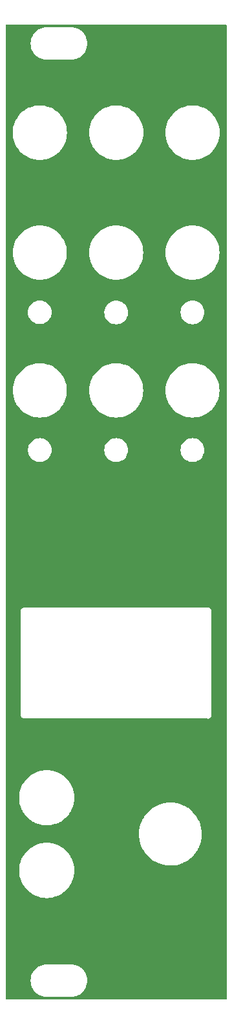
<source format=gbr>
%TF.GenerationSoftware,KiCad,Pcbnew,6.0.11-2627ca5db0~126~ubuntu22.04.1*%
%TF.CreationDate,2023-07-09T22:06:19+03:00*%
%TF.ProjectId,panel,70616e65-6c2e-46b6-9963-61645f706362,rev?*%
%TF.SameCoordinates,Original*%
%TF.FileFunction,Copper,L2,Bot*%
%TF.FilePolarity,Positive*%
%FSLAX46Y46*%
G04 Gerber Fmt 4.6, Leading zero omitted, Abs format (unit mm)*
G04 Created by KiCad (PCBNEW 6.0.11-2627ca5db0~126~ubuntu22.04.1) date 2023-07-09 22:06:19*
%MOMM*%
%LPD*%
G01*
G04 APERTURE LIST*
G04 APERTURE END LIST*
%TA.AperFunction,NonConductor*%
G36*
X89433621Y-32278502D02*
G01*
X89480114Y-32332158D01*
X89491500Y-32384500D01*
X89491500Y-159615500D01*
X89471498Y-159683621D01*
X89417842Y-159730114D01*
X89365500Y-159741500D01*
X60634500Y-159741500D01*
X60566379Y-159721498D01*
X60519886Y-159667842D01*
X60508500Y-159615500D01*
X60508500Y-157250000D01*
X63786976Y-157250000D01*
X63805053Y-157525805D01*
X63805855Y-157529838D01*
X63805856Y-157529844D01*
X63846968Y-157736523D01*
X63858976Y-157796891D01*
X63947820Y-158058619D01*
X63949643Y-158062315D01*
X63949646Y-158062323D01*
X64006698Y-158178012D01*
X64070068Y-158306512D01*
X64223625Y-158536328D01*
X64405866Y-158744134D01*
X64613672Y-158926375D01*
X64843488Y-159079932D01*
X64847189Y-159081757D01*
X65087677Y-159200354D01*
X65087685Y-159200357D01*
X65091381Y-159202180D01*
X65095295Y-159203509D01*
X65095296Y-159203509D01*
X65349196Y-159289696D01*
X65349200Y-159289697D01*
X65353109Y-159291024D01*
X65357153Y-159291828D01*
X65357159Y-159291830D01*
X65620156Y-159344144D01*
X65620162Y-159344145D01*
X65624195Y-159344947D01*
X65628300Y-159345216D01*
X65628307Y-159345217D01*
X65765896Y-159354234D01*
X65867697Y-159360907D01*
X65880352Y-159362382D01*
X65881904Y-159362643D01*
X65882656Y-159362770D01*
X65882658Y-159362770D01*
X65887448Y-159363576D01*
X65893724Y-159363653D01*
X65895140Y-159363670D01*
X65895143Y-159363670D01*
X65900000Y-159363729D01*
X65927624Y-159359773D01*
X65945486Y-159358500D01*
X69046750Y-159358500D01*
X69067655Y-159360246D01*
X69082656Y-159362770D01*
X69082659Y-159362770D01*
X69087448Y-159363576D01*
X69093687Y-159363652D01*
X69095140Y-159363670D01*
X69095143Y-159363670D01*
X69100000Y-159363729D01*
X69104819Y-159363039D01*
X69105338Y-159363005D01*
X69113905Y-159362113D01*
X69371693Y-159345217D01*
X69371700Y-159345216D01*
X69375805Y-159344947D01*
X69379838Y-159344145D01*
X69379844Y-159344144D01*
X69642841Y-159291830D01*
X69642847Y-159291828D01*
X69646891Y-159291024D01*
X69650800Y-159289697D01*
X69650804Y-159289696D01*
X69904704Y-159203509D01*
X69904705Y-159203509D01*
X69908619Y-159202180D01*
X69912315Y-159200357D01*
X69912323Y-159200354D01*
X70152811Y-159081757D01*
X70156512Y-159079932D01*
X70386328Y-158926375D01*
X70594134Y-158744134D01*
X70776375Y-158536328D01*
X70929932Y-158306512D01*
X70993302Y-158178012D01*
X71050354Y-158062323D01*
X71050357Y-158062315D01*
X71052180Y-158058619D01*
X71141024Y-157796891D01*
X71153032Y-157736523D01*
X71194144Y-157529844D01*
X71194145Y-157529838D01*
X71194947Y-157525805D01*
X71213024Y-157250000D01*
X71194947Y-156974195D01*
X71190393Y-156951297D01*
X71141830Y-156707159D01*
X71141828Y-156707153D01*
X71141024Y-156703109D01*
X71052180Y-156441381D01*
X71050357Y-156437685D01*
X71050354Y-156437677D01*
X70931757Y-156197189D01*
X70929932Y-156193488D01*
X70776375Y-155963672D01*
X70594134Y-155755866D01*
X70386328Y-155573625D01*
X70156512Y-155420068D01*
X70108143Y-155396215D01*
X69912323Y-155299646D01*
X69912315Y-155299643D01*
X69908619Y-155297820D01*
X69904704Y-155296491D01*
X69650804Y-155210304D01*
X69650800Y-155210303D01*
X69646891Y-155208976D01*
X69642847Y-155208172D01*
X69642841Y-155208170D01*
X69379844Y-155155856D01*
X69379838Y-155155855D01*
X69375805Y-155155053D01*
X69371700Y-155154784D01*
X69371693Y-155154783D01*
X69234104Y-155145766D01*
X69132303Y-155139093D01*
X69119648Y-155137618D01*
X69118096Y-155137357D01*
X69117344Y-155137230D01*
X69117342Y-155137230D01*
X69112552Y-155136424D01*
X69106276Y-155136348D01*
X69104860Y-155136330D01*
X69104857Y-155136330D01*
X69100000Y-155136271D01*
X69080288Y-155139094D01*
X69072376Y-155140227D01*
X69054514Y-155141500D01*
X65953250Y-155141500D01*
X65932345Y-155139754D01*
X65917344Y-155137230D01*
X65917341Y-155137230D01*
X65912552Y-155136424D01*
X65906313Y-155136348D01*
X65904860Y-155136330D01*
X65904857Y-155136330D01*
X65900000Y-155136271D01*
X65895181Y-155136961D01*
X65894662Y-155136995D01*
X65886095Y-155137887D01*
X65628307Y-155154783D01*
X65628300Y-155154784D01*
X65624195Y-155155053D01*
X65620162Y-155155855D01*
X65620156Y-155155856D01*
X65357159Y-155208170D01*
X65357153Y-155208172D01*
X65353109Y-155208976D01*
X65349200Y-155210303D01*
X65349196Y-155210304D01*
X65095296Y-155296491D01*
X65091381Y-155297820D01*
X65087685Y-155299643D01*
X65087677Y-155299646D01*
X64891857Y-155396215D01*
X64843488Y-155420068D01*
X64613672Y-155573625D01*
X64405866Y-155755866D01*
X64223625Y-155963672D01*
X64070068Y-156193488D01*
X64068243Y-156197189D01*
X63949646Y-156437677D01*
X63949643Y-156437685D01*
X63947820Y-156441381D01*
X63858976Y-156703109D01*
X63858172Y-156707153D01*
X63858170Y-156707159D01*
X63809608Y-156951297D01*
X63805053Y-156974195D01*
X63786976Y-157250000D01*
X60508500Y-157250000D01*
X60508500Y-142850000D01*
X62286548Y-142850000D01*
X62306343Y-143227709D01*
X62365511Y-143601279D01*
X62463403Y-143966618D01*
X62598947Y-144319723D01*
X62600445Y-144322663D01*
X62743857Y-144604124D01*
X62770659Y-144656726D01*
X62976656Y-144973934D01*
X63214682Y-145267871D01*
X63482129Y-145535318D01*
X63776066Y-145773344D01*
X64093274Y-145979341D01*
X64096208Y-145980836D01*
X64096215Y-145980840D01*
X64427337Y-146149555D01*
X64430277Y-146151053D01*
X64783382Y-146286597D01*
X65148721Y-146384489D01*
X65347158Y-146415918D01*
X65519043Y-146443143D01*
X65519051Y-146443144D01*
X65522291Y-146443657D01*
X65900000Y-146463452D01*
X66277709Y-146443657D01*
X66280949Y-146443144D01*
X66280957Y-146443143D01*
X66452842Y-146415918D01*
X66651279Y-146384489D01*
X67016618Y-146286597D01*
X67369723Y-146151053D01*
X67372663Y-146149555D01*
X67703785Y-145980840D01*
X67703792Y-145980836D01*
X67706726Y-145979341D01*
X68023934Y-145773344D01*
X68317871Y-145535318D01*
X68585318Y-145267871D01*
X68823344Y-144973934D01*
X69029341Y-144656726D01*
X69056144Y-144604124D01*
X69199555Y-144322663D01*
X69201053Y-144319723D01*
X69336597Y-143966618D01*
X69434489Y-143601279D01*
X69493657Y-143227709D01*
X69513452Y-142850000D01*
X69493657Y-142472291D01*
X69434489Y-142098721D01*
X69336597Y-141733382D01*
X69201053Y-141380277D01*
X69104521Y-141190822D01*
X69030840Y-141046215D01*
X69030836Y-141046208D01*
X69029341Y-141043274D01*
X68972097Y-140955125D01*
X68825146Y-140728841D01*
X68823344Y-140726066D01*
X68585318Y-140432129D01*
X68317871Y-140164682D01*
X68023934Y-139926656D01*
X67791688Y-139775834D01*
X67709495Y-139722457D01*
X67709492Y-139722455D01*
X67706726Y-139720659D01*
X67703792Y-139719164D01*
X67703785Y-139719160D01*
X67372663Y-139550445D01*
X67369723Y-139548947D01*
X67016618Y-139413403D01*
X66651279Y-139315511D01*
X66452842Y-139284082D01*
X66280957Y-139256857D01*
X66280949Y-139256856D01*
X66277709Y-139256343D01*
X65900000Y-139236548D01*
X65522291Y-139256343D01*
X65519051Y-139256856D01*
X65519043Y-139256857D01*
X65347158Y-139284082D01*
X65148721Y-139315511D01*
X64783382Y-139413403D01*
X64430277Y-139548947D01*
X64427337Y-139550445D01*
X64096215Y-139719160D01*
X64096208Y-139719164D01*
X64093274Y-139720659D01*
X64090508Y-139722455D01*
X64090505Y-139722457D01*
X64008312Y-139775834D01*
X63776066Y-139926656D01*
X63482129Y-140164682D01*
X63214682Y-140432129D01*
X62976656Y-140726066D01*
X62974854Y-140728841D01*
X62827904Y-140955125D01*
X62770659Y-141043274D01*
X62769164Y-141046208D01*
X62769160Y-141046215D01*
X62695479Y-141190822D01*
X62598947Y-141380277D01*
X62463403Y-141733382D01*
X62365511Y-142098721D01*
X62306343Y-142472291D01*
X62287970Y-142822862D01*
X62286548Y-142850000D01*
X60508500Y-142850000D01*
X60508500Y-138042567D01*
X77986946Y-138042567D01*
X77987054Y-138045657D01*
X77987444Y-138056836D01*
X77992894Y-138212896D01*
X78000971Y-138444205D01*
X78001377Y-138447249D01*
X78001378Y-138447259D01*
X78040807Y-138742759D01*
X78054123Y-138842557D01*
X78054823Y-138845541D01*
X78054824Y-138845547D01*
X78093708Y-139011330D01*
X78145893Y-139233822D01*
X78275406Y-139614264D01*
X78441426Y-139980252D01*
X78642367Y-140328292D01*
X78644156Y-140330790D01*
X78644158Y-140330794D01*
X78744628Y-140471128D01*
X78876312Y-140655063D01*
X78878339Y-140657378D01*
X78878341Y-140657381D01*
X79104201Y-140915379D01*
X79141028Y-140957446D01*
X79433988Y-141232554D01*
X79752395Y-141477760D01*
X79754998Y-141479387D01*
X79755003Y-141479390D01*
X79877408Y-141555877D01*
X80093211Y-141690726D01*
X80453182Y-141869417D01*
X80828872Y-142012128D01*
X81216696Y-142117497D01*
X81219739Y-142118012D01*
X81219745Y-142118013D01*
X81609910Y-142184005D01*
X81609917Y-142184006D01*
X81612951Y-142184519D01*
X81616022Y-142184734D01*
X81616024Y-142184734D01*
X82010788Y-142212339D01*
X82010796Y-142212339D01*
X82013854Y-142212553D01*
X82271972Y-142205343D01*
X82412506Y-142201418D01*
X82412509Y-142201418D01*
X82415580Y-142201332D01*
X82418633Y-142200946D01*
X82418637Y-142200946D01*
X82563780Y-142182610D01*
X82814294Y-142150962D01*
X82817298Y-142150280D01*
X82817301Y-142150279D01*
X83203194Y-142062607D01*
X83203200Y-142062605D01*
X83206190Y-142061926D01*
X83359189Y-142011030D01*
X83584602Y-141936045D01*
X83584608Y-141936043D01*
X83587526Y-141935072D01*
X83646907Y-141908634D01*
X83951864Y-141772859D01*
X83951870Y-141772856D01*
X83954664Y-141771612D01*
X84021961Y-141733382D01*
X84301426Y-141574624D01*
X84301434Y-141574619D01*
X84304099Y-141573105D01*
X84439260Y-141477760D01*
X84629965Y-141343233D01*
X84629973Y-141343227D01*
X84632496Y-141341447D01*
X84758650Y-141232554D01*
X84934381Y-141080866D01*
X84936719Y-141078848D01*
X84938840Y-141076621D01*
X84938846Y-141076615D01*
X85211748Y-140790039D01*
X85213865Y-140787816D01*
X85259942Y-140728841D01*
X85459379Y-140473573D01*
X85459381Y-140473570D01*
X85461289Y-140471128D01*
X85462945Y-140468518D01*
X85462951Y-140468510D01*
X85674974Y-140134415D01*
X85674978Y-140134408D01*
X85676628Y-140131808D01*
X85699173Y-140087178D01*
X85781168Y-139924854D01*
X85857828Y-139773093D01*
X85858935Y-139770239D01*
X85858939Y-139770230D01*
X86002044Y-139401284D01*
X86002047Y-139401274D01*
X86003159Y-139398408D01*
X86111233Y-139011330D01*
X86181019Y-138615553D01*
X86211851Y-138214854D01*
X86213455Y-138100000D01*
X86193823Y-137698597D01*
X86135115Y-137301026D01*
X86037891Y-136911081D01*
X86019414Y-136859190D01*
X85904111Y-136535383D01*
X85903079Y-136532484D01*
X85731965Y-136168850D01*
X85526184Y-135823649D01*
X85287699Y-135500176D01*
X85285643Y-135497893D01*
X85285636Y-135497884D01*
X85020856Y-135203816D01*
X85020848Y-135203808D01*
X85018787Y-135201519D01*
X84722015Y-134930528D01*
X84400215Y-134689791D01*
X84347735Y-134658008D01*
X84059087Y-134483196D01*
X84059078Y-134483191D01*
X84056459Y-134481605D01*
X83694028Y-134307957D01*
X83637450Y-134287364D01*
X83319278Y-134171559D01*
X83319277Y-134171559D01*
X83316382Y-134170505D01*
X83034063Y-134098018D01*
X82930109Y-134071327D01*
X82930106Y-134071326D01*
X82927125Y-134070561D01*
X82529973Y-134009079D01*
X82526916Y-134008908D01*
X82526915Y-134008908D01*
X82497383Y-134007257D01*
X82128717Y-133986645D01*
X82125639Y-133986774D01*
X82125635Y-133986774D01*
X81864918Y-133997701D01*
X81727187Y-134003474D01*
X81329215Y-134059406D01*
X80938601Y-134153905D01*
X80559073Y-134286071D01*
X80194253Y-134454641D01*
X79847623Y-134658008D01*
X79522493Y-134894228D01*
X79520203Y-134896261D01*
X79520197Y-134896266D01*
X79226835Y-135156726D01*
X79221966Y-135161049D01*
X78948911Y-135455922D01*
X78705933Y-135776034D01*
X78704322Y-135778652D01*
X78704319Y-135778657D01*
X78635077Y-135891208D01*
X78495352Y-136118328D01*
X78319178Y-136479538D01*
X78318107Y-136482419D01*
X78318104Y-136482425D01*
X78298409Y-136535383D01*
X78179093Y-136856215D01*
X78076434Y-137244765D01*
X78012180Y-137641478D01*
X78011987Y-137644551D01*
X78011986Y-137644557D01*
X78005013Y-137755394D01*
X77986946Y-138042567D01*
X60508500Y-138042567D01*
X60508500Y-133350000D01*
X62286548Y-133350000D01*
X62306343Y-133727709D01*
X62365511Y-134101279D01*
X62463403Y-134466618D01*
X62598947Y-134819723D01*
X62600445Y-134822663D01*
X62743857Y-135104124D01*
X62770659Y-135156726D01*
X62772455Y-135159492D01*
X62772457Y-135159495D01*
X62842112Y-135266754D01*
X62976656Y-135473934D01*
X63214682Y-135767871D01*
X63482129Y-136035318D01*
X63776066Y-136273344D01*
X64093274Y-136479341D01*
X64096208Y-136480836D01*
X64096215Y-136480840D01*
X64203262Y-136535383D01*
X64430277Y-136651053D01*
X64783382Y-136786597D01*
X65148721Y-136884489D01*
X65335569Y-136914083D01*
X65519043Y-136943143D01*
X65519051Y-136943144D01*
X65522291Y-136943657D01*
X65900000Y-136963452D01*
X66277709Y-136943657D01*
X66280949Y-136943144D01*
X66280957Y-136943143D01*
X66464431Y-136914083D01*
X66651279Y-136884489D01*
X67016618Y-136786597D01*
X67369723Y-136651053D01*
X67596738Y-136535383D01*
X67703785Y-136480840D01*
X67703792Y-136480836D01*
X67706726Y-136479341D01*
X68023934Y-136273344D01*
X68317871Y-136035318D01*
X68585318Y-135767871D01*
X68823344Y-135473934D01*
X68957888Y-135266754D01*
X69027543Y-135159495D01*
X69027545Y-135159492D01*
X69029341Y-135156726D01*
X69056144Y-135104124D01*
X69199555Y-134822663D01*
X69201053Y-134819723D01*
X69336597Y-134466618D01*
X69434489Y-134101279D01*
X69493657Y-133727709D01*
X69513452Y-133350000D01*
X69493657Y-132972291D01*
X69434489Y-132598721D01*
X69336597Y-132233382D01*
X69201053Y-131880277D01*
X69190657Y-131859874D01*
X69030840Y-131546215D01*
X69030836Y-131546208D01*
X69029341Y-131543274D01*
X68823344Y-131226066D01*
X68585318Y-130932129D01*
X68317871Y-130664682D01*
X68023934Y-130426656D01*
X67706726Y-130220659D01*
X67703792Y-130219164D01*
X67703785Y-130219160D01*
X67372663Y-130050445D01*
X67369723Y-130048947D01*
X67016618Y-129913403D01*
X66651279Y-129815511D01*
X66452842Y-129784082D01*
X66280957Y-129756857D01*
X66280949Y-129756856D01*
X66277709Y-129756343D01*
X65900000Y-129736548D01*
X65522291Y-129756343D01*
X65519051Y-129756856D01*
X65519043Y-129756857D01*
X65347158Y-129784082D01*
X65148721Y-129815511D01*
X64783382Y-129913403D01*
X64430277Y-130048947D01*
X64427337Y-130050445D01*
X64096215Y-130219160D01*
X64096208Y-130219164D01*
X64093274Y-130220659D01*
X63776066Y-130426656D01*
X63482129Y-130664682D01*
X63214682Y-130932129D01*
X62976656Y-131226066D01*
X62770659Y-131543274D01*
X62769164Y-131546208D01*
X62769160Y-131546215D01*
X62609343Y-131859874D01*
X62598947Y-131880277D01*
X62463403Y-132233382D01*
X62365511Y-132598721D01*
X62306343Y-132972291D01*
X62287970Y-133322862D01*
X62286548Y-133350000D01*
X60508500Y-133350000D01*
X60508500Y-122569721D01*
X62491024Y-122569721D01*
X62493491Y-122578352D01*
X62499150Y-122598153D01*
X62502728Y-122614915D01*
X62506920Y-122644187D01*
X62510634Y-122652355D01*
X62510634Y-122652356D01*
X62517548Y-122667562D01*
X62523996Y-122685086D01*
X62531051Y-122709771D01*
X62535843Y-122717365D01*
X62535844Y-122717368D01*
X62546830Y-122734780D01*
X62554969Y-122749863D01*
X62567208Y-122776782D01*
X62573069Y-122783584D01*
X62583970Y-122796235D01*
X62595073Y-122811239D01*
X62608776Y-122832958D01*
X62615501Y-122838897D01*
X62615504Y-122838901D01*
X62630938Y-122852532D01*
X62642982Y-122864724D01*
X62656427Y-122880327D01*
X62656430Y-122880329D01*
X62662287Y-122887127D01*
X62669816Y-122892007D01*
X62669817Y-122892008D01*
X62683835Y-122901094D01*
X62698709Y-122912385D01*
X62711217Y-122923431D01*
X62717951Y-122929378D01*
X62744711Y-122941942D01*
X62759691Y-122950263D01*
X62776983Y-122961471D01*
X62776988Y-122961473D01*
X62784515Y-122966352D01*
X62793108Y-122968922D01*
X62793113Y-122968924D01*
X62809120Y-122973711D01*
X62826564Y-122980372D01*
X62841676Y-122987467D01*
X62841678Y-122987468D01*
X62849800Y-122991281D01*
X62858667Y-122992662D01*
X62858668Y-122992662D01*
X62861353Y-122993080D01*
X62879017Y-122995830D01*
X62895732Y-122999613D01*
X62915466Y-123005515D01*
X62915472Y-123005516D01*
X62924066Y-123008086D01*
X62933037Y-123008141D01*
X62933038Y-123008141D01*
X62943097Y-123008202D01*
X62958506Y-123008296D01*
X62959289Y-123008329D01*
X62960386Y-123008500D01*
X62991377Y-123008500D01*
X62992147Y-123008502D01*
X63065785Y-123008952D01*
X63065786Y-123008952D01*
X63069721Y-123008976D01*
X63071065Y-123008592D01*
X63072410Y-123008500D01*
X86991377Y-123008500D01*
X86992148Y-123008502D01*
X87069721Y-123008976D01*
X87098152Y-123000850D01*
X87114915Y-122997272D01*
X87115753Y-122997152D01*
X87144187Y-122993080D01*
X87167564Y-122982451D01*
X87185087Y-122976004D01*
X87209771Y-122968949D01*
X87217365Y-122964157D01*
X87217368Y-122964156D01*
X87234780Y-122953170D01*
X87249865Y-122945030D01*
X87276782Y-122932792D01*
X87296235Y-122916030D01*
X87311239Y-122904927D01*
X87332958Y-122891224D01*
X87338897Y-122884499D01*
X87338901Y-122884496D01*
X87352532Y-122869062D01*
X87364724Y-122857018D01*
X87380327Y-122843573D01*
X87380329Y-122843570D01*
X87387127Y-122837713D01*
X87401094Y-122816165D01*
X87412385Y-122801291D01*
X87423431Y-122788783D01*
X87423432Y-122788782D01*
X87429378Y-122782049D01*
X87441943Y-122755287D01*
X87450263Y-122740309D01*
X87461471Y-122723017D01*
X87461473Y-122723012D01*
X87466352Y-122715485D01*
X87468922Y-122706892D01*
X87468924Y-122706887D01*
X87473711Y-122690880D01*
X87480372Y-122673436D01*
X87487467Y-122658324D01*
X87487468Y-122658322D01*
X87491281Y-122650200D01*
X87495830Y-122620983D01*
X87499613Y-122604268D01*
X87505515Y-122584534D01*
X87505516Y-122584528D01*
X87508086Y-122575934D01*
X87508296Y-122541494D01*
X87508329Y-122540711D01*
X87508500Y-122539614D01*
X87508500Y-122508623D01*
X87508502Y-122507853D01*
X87508952Y-122434215D01*
X87508952Y-122434214D01*
X87508976Y-122430279D01*
X87508592Y-122428935D01*
X87508500Y-122427590D01*
X87508500Y-109008623D01*
X87508502Y-109007853D01*
X87508800Y-108959102D01*
X87508976Y-108930279D01*
X87500850Y-108901847D01*
X87497272Y-108885085D01*
X87494352Y-108864698D01*
X87493080Y-108855813D01*
X87482451Y-108832436D01*
X87476004Y-108814913D01*
X87471416Y-108798862D01*
X87468949Y-108790229D01*
X87464156Y-108782632D01*
X87453170Y-108765220D01*
X87445030Y-108750135D01*
X87442564Y-108744711D01*
X87432792Y-108723218D01*
X87416030Y-108703765D01*
X87404927Y-108688761D01*
X87391224Y-108667042D01*
X87384499Y-108661103D01*
X87384496Y-108661099D01*
X87369062Y-108647468D01*
X87357018Y-108635276D01*
X87343573Y-108619673D01*
X87343570Y-108619671D01*
X87337713Y-108612873D01*
X87324009Y-108603990D01*
X87316165Y-108598906D01*
X87301291Y-108587615D01*
X87288783Y-108576569D01*
X87288782Y-108576568D01*
X87282049Y-108570622D01*
X87255287Y-108558057D01*
X87240309Y-108549737D01*
X87223017Y-108538529D01*
X87223012Y-108538527D01*
X87215485Y-108533648D01*
X87206892Y-108531078D01*
X87206887Y-108531076D01*
X87190880Y-108526289D01*
X87173436Y-108519628D01*
X87158324Y-108512533D01*
X87158322Y-108512532D01*
X87150200Y-108508719D01*
X87141333Y-108507338D01*
X87141332Y-108507338D01*
X87130478Y-108505648D01*
X87120983Y-108504170D01*
X87104268Y-108500387D01*
X87084534Y-108494485D01*
X87084528Y-108494484D01*
X87075934Y-108491914D01*
X87066963Y-108491859D01*
X87066962Y-108491859D01*
X87056903Y-108491798D01*
X87041494Y-108491704D01*
X87040711Y-108491671D01*
X87039614Y-108491500D01*
X87008623Y-108491500D01*
X87007853Y-108491498D01*
X86934215Y-108491048D01*
X86934214Y-108491048D01*
X86930279Y-108491024D01*
X86928935Y-108491408D01*
X86927590Y-108491500D01*
X63008623Y-108491500D01*
X63007853Y-108491498D01*
X63007037Y-108491493D01*
X62930279Y-108491024D01*
X62907918Y-108497415D01*
X62901847Y-108499150D01*
X62885085Y-108502728D01*
X62855813Y-108506920D01*
X62847645Y-108510634D01*
X62847644Y-108510634D01*
X62832438Y-108517548D01*
X62814914Y-108523996D01*
X62790229Y-108531051D01*
X62782635Y-108535843D01*
X62782632Y-108535844D01*
X62765220Y-108546830D01*
X62750137Y-108554969D01*
X62723218Y-108567208D01*
X62716416Y-108573069D01*
X62703765Y-108583970D01*
X62688761Y-108595073D01*
X62667042Y-108608776D01*
X62661103Y-108615501D01*
X62661099Y-108615504D01*
X62647468Y-108630938D01*
X62635276Y-108642982D01*
X62619673Y-108656427D01*
X62619671Y-108656430D01*
X62612873Y-108662287D01*
X62607993Y-108669816D01*
X62607992Y-108669817D01*
X62598906Y-108683835D01*
X62587615Y-108698709D01*
X62576569Y-108711217D01*
X62570622Y-108717951D01*
X62564312Y-108731391D01*
X62558058Y-108744711D01*
X62549737Y-108759691D01*
X62538529Y-108776983D01*
X62538527Y-108776988D01*
X62533648Y-108784515D01*
X62531078Y-108793108D01*
X62531076Y-108793113D01*
X62526289Y-108809120D01*
X62519628Y-108826564D01*
X62512533Y-108841676D01*
X62508719Y-108849800D01*
X62507338Y-108858667D01*
X62507338Y-108858668D01*
X62504170Y-108879015D01*
X62500387Y-108895732D01*
X62494485Y-108915466D01*
X62494484Y-108915472D01*
X62491914Y-108924066D01*
X62491859Y-108933037D01*
X62491859Y-108933038D01*
X62491704Y-108958497D01*
X62491671Y-108959289D01*
X62491500Y-108960386D01*
X62491500Y-108991377D01*
X62491498Y-108992147D01*
X62491024Y-109069721D01*
X62491408Y-109071065D01*
X62491500Y-109072410D01*
X62491500Y-122491377D01*
X62491498Y-122492147D01*
X62491024Y-122569721D01*
X60508500Y-122569721D01*
X60508500Y-87900000D01*
X63446712Y-87900000D01*
X63465836Y-88142988D01*
X63466990Y-88147795D01*
X63466991Y-88147801D01*
X63497727Y-88275827D01*
X63522735Y-88379992D01*
X63616010Y-88605178D01*
X63743364Y-88813000D01*
X63901660Y-88998340D01*
X64087000Y-89156636D01*
X64294822Y-89283990D01*
X64299392Y-89285883D01*
X64299396Y-89285885D01*
X64515435Y-89375371D01*
X64520008Y-89377265D01*
X64601254Y-89396770D01*
X64752199Y-89433009D01*
X64752205Y-89433010D01*
X64757012Y-89434164D01*
X65000000Y-89453288D01*
X65242988Y-89434164D01*
X65247795Y-89433010D01*
X65247801Y-89433009D01*
X65398746Y-89396770D01*
X65479992Y-89377265D01*
X65484565Y-89375371D01*
X65700604Y-89285885D01*
X65700608Y-89285883D01*
X65705178Y-89283990D01*
X65913000Y-89156636D01*
X66098340Y-88998340D01*
X66256636Y-88813000D01*
X66383990Y-88605178D01*
X66477265Y-88379992D01*
X66502273Y-88275827D01*
X66533009Y-88147801D01*
X66533010Y-88147795D01*
X66534164Y-88142988D01*
X66553288Y-87900000D01*
X73446712Y-87900000D01*
X73465836Y-88142988D01*
X73466990Y-88147795D01*
X73466991Y-88147801D01*
X73497727Y-88275827D01*
X73522735Y-88379992D01*
X73616010Y-88605178D01*
X73743364Y-88813000D01*
X73901660Y-88998340D01*
X74087000Y-89156636D01*
X74294822Y-89283990D01*
X74299392Y-89285883D01*
X74299396Y-89285885D01*
X74515435Y-89375371D01*
X74520008Y-89377265D01*
X74601254Y-89396770D01*
X74752199Y-89433009D01*
X74752205Y-89433010D01*
X74757012Y-89434164D01*
X75000000Y-89453288D01*
X75242988Y-89434164D01*
X75247795Y-89433010D01*
X75247801Y-89433009D01*
X75398746Y-89396770D01*
X75479992Y-89377265D01*
X75484565Y-89375371D01*
X75700604Y-89285885D01*
X75700608Y-89285883D01*
X75705178Y-89283990D01*
X75913000Y-89156636D01*
X76098340Y-88998340D01*
X76256636Y-88813000D01*
X76383990Y-88605178D01*
X76477265Y-88379992D01*
X76502273Y-88275827D01*
X76533009Y-88147801D01*
X76533010Y-88147795D01*
X76534164Y-88142988D01*
X76553288Y-87900000D01*
X83446712Y-87900000D01*
X83465836Y-88142988D01*
X83466990Y-88147795D01*
X83466991Y-88147801D01*
X83497727Y-88275827D01*
X83522735Y-88379992D01*
X83616010Y-88605178D01*
X83743364Y-88813000D01*
X83901660Y-88998340D01*
X84087000Y-89156636D01*
X84294822Y-89283990D01*
X84299392Y-89285883D01*
X84299396Y-89285885D01*
X84515435Y-89375371D01*
X84520008Y-89377265D01*
X84601254Y-89396770D01*
X84752199Y-89433009D01*
X84752205Y-89433010D01*
X84757012Y-89434164D01*
X85000000Y-89453288D01*
X85242988Y-89434164D01*
X85247795Y-89433010D01*
X85247801Y-89433009D01*
X85398746Y-89396770D01*
X85479992Y-89377265D01*
X85484565Y-89375371D01*
X85700604Y-89285885D01*
X85700608Y-89285883D01*
X85705178Y-89283990D01*
X85913000Y-89156636D01*
X86098340Y-88998340D01*
X86256636Y-88813000D01*
X86383990Y-88605178D01*
X86477265Y-88379992D01*
X86502273Y-88275827D01*
X86533009Y-88147801D01*
X86533010Y-88147795D01*
X86534164Y-88142988D01*
X86553288Y-87900000D01*
X86534164Y-87657012D01*
X86528700Y-87634250D01*
X86478420Y-87424820D01*
X86477265Y-87420008D01*
X86383990Y-87194822D01*
X86256636Y-86987000D01*
X86098340Y-86801660D01*
X85913000Y-86643364D01*
X85705178Y-86516010D01*
X85700608Y-86514117D01*
X85700604Y-86514115D01*
X85484565Y-86424629D01*
X85484563Y-86424628D01*
X85479992Y-86422735D01*
X85398746Y-86403230D01*
X85247801Y-86366991D01*
X85247795Y-86366990D01*
X85242988Y-86365836D01*
X85000000Y-86346712D01*
X84757012Y-86365836D01*
X84752205Y-86366990D01*
X84752199Y-86366991D01*
X84601254Y-86403230D01*
X84520008Y-86422735D01*
X84515437Y-86424628D01*
X84515435Y-86424629D01*
X84299396Y-86514115D01*
X84299392Y-86514117D01*
X84294822Y-86516010D01*
X84087000Y-86643364D01*
X83901660Y-86801660D01*
X83743364Y-86987000D01*
X83616010Y-87194822D01*
X83522735Y-87420008D01*
X83521580Y-87424820D01*
X83471301Y-87634250D01*
X83465836Y-87657012D01*
X83446712Y-87900000D01*
X76553288Y-87900000D01*
X76534164Y-87657012D01*
X76528700Y-87634250D01*
X76478420Y-87424820D01*
X76477265Y-87420008D01*
X76383990Y-87194822D01*
X76256636Y-86987000D01*
X76098340Y-86801660D01*
X75913000Y-86643364D01*
X75705178Y-86516010D01*
X75700608Y-86514117D01*
X75700604Y-86514115D01*
X75484565Y-86424629D01*
X75484563Y-86424628D01*
X75479992Y-86422735D01*
X75398746Y-86403230D01*
X75247801Y-86366991D01*
X75247795Y-86366990D01*
X75242988Y-86365836D01*
X75000000Y-86346712D01*
X74757012Y-86365836D01*
X74752205Y-86366990D01*
X74752199Y-86366991D01*
X74601254Y-86403230D01*
X74520008Y-86422735D01*
X74515437Y-86424628D01*
X74515435Y-86424629D01*
X74299396Y-86514115D01*
X74299392Y-86514117D01*
X74294822Y-86516010D01*
X74087000Y-86643364D01*
X73901660Y-86801660D01*
X73743364Y-86987000D01*
X73616010Y-87194822D01*
X73522735Y-87420008D01*
X73521580Y-87424820D01*
X73471301Y-87634250D01*
X73465836Y-87657012D01*
X73446712Y-87900000D01*
X66553288Y-87900000D01*
X66534164Y-87657012D01*
X66528700Y-87634250D01*
X66478420Y-87424820D01*
X66477265Y-87420008D01*
X66383990Y-87194822D01*
X66256636Y-86987000D01*
X66098340Y-86801660D01*
X65913000Y-86643364D01*
X65705178Y-86516010D01*
X65700608Y-86514117D01*
X65700604Y-86514115D01*
X65484565Y-86424629D01*
X65484563Y-86424628D01*
X65479992Y-86422735D01*
X65398746Y-86403230D01*
X65247801Y-86366991D01*
X65247795Y-86366990D01*
X65242988Y-86365836D01*
X65000000Y-86346712D01*
X64757012Y-86365836D01*
X64752205Y-86366990D01*
X64752199Y-86366991D01*
X64601254Y-86403230D01*
X64520008Y-86422735D01*
X64515437Y-86424628D01*
X64515435Y-86424629D01*
X64299396Y-86514115D01*
X64299392Y-86514117D01*
X64294822Y-86516010D01*
X64087000Y-86643364D01*
X63901660Y-86801660D01*
X63743364Y-86987000D01*
X63616010Y-87194822D01*
X63522735Y-87420008D01*
X63521580Y-87424820D01*
X63471301Y-87634250D01*
X63465836Y-87657012D01*
X63446712Y-87900000D01*
X60508500Y-87900000D01*
X60508500Y-80100000D01*
X61456644Y-80100000D01*
X61476055Y-80470382D01*
X61534075Y-80836705D01*
X61630068Y-81194957D01*
X61762983Y-81541213D01*
X61764481Y-81544153D01*
X61908134Y-81826086D01*
X61931364Y-81871678D01*
X62133365Y-82182732D01*
X62366773Y-82470968D01*
X62629032Y-82733227D01*
X62917268Y-82966635D01*
X63228322Y-83168636D01*
X63231254Y-83170130D01*
X63231261Y-83170134D01*
X63555847Y-83335519D01*
X63558787Y-83337017D01*
X63905043Y-83469932D01*
X64263295Y-83565925D01*
X64457917Y-83596750D01*
X64626370Y-83623431D01*
X64626378Y-83623432D01*
X64629618Y-83623945D01*
X65000000Y-83643356D01*
X65370382Y-83623945D01*
X65373622Y-83623432D01*
X65373630Y-83623431D01*
X65542083Y-83596750D01*
X65736705Y-83565925D01*
X66094957Y-83469932D01*
X66441213Y-83337017D01*
X66444153Y-83335519D01*
X66768739Y-83170134D01*
X66768746Y-83170130D01*
X66771678Y-83168636D01*
X67082732Y-82966635D01*
X67370968Y-82733227D01*
X67633227Y-82470968D01*
X67866635Y-82182732D01*
X68068636Y-81871678D01*
X68091867Y-81826086D01*
X68235519Y-81544153D01*
X68237017Y-81541213D01*
X68369932Y-81194957D01*
X68465925Y-80836705D01*
X68523945Y-80470382D01*
X68543356Y-80100000D01*
X71456644Y-80100000D01*
X71476055Y-80470382D01*
X71534075Y-80836705D01*
X71630068Y-81194957D01*
X71762983Y-81541213D01*
X71764481Y-81544153D01*
X71908134Y-81826086D01*
X71931364Y-81871678D01*
X72133365Y-82182732D01*
X72366773Y-82470968D01*
X72629032Y-82733227D01*
X72917268Y-82966635D01*
X73228322Y-83168636D01*
X73231254Y-83170130D01*
X73231261Y-83170134D01*
X73555847Y-83335519D01*
X73558787Y-83337017D01*
X73905043Y-83469932D01*
X74263295Y-83565925D01*
X74457917Y-83596750D01*
X74626370Y-83623431D01*
X74626378Y-83623432D01*
X74629618Y-83623945D01*
X75000000Y-83643356D01*
X75370382Y-83623945D01*
X75373622Y-83623432D01*
X75373630Y-83623431D01*
X75542083Y-83596750D01*
X75736705Y-83565925D01*
X76094957Y-83469932D01*
X76441213Y-83337017D01*
X76444153Y-83335519D01*
X76768739Y-83170134D01*
X76768746Y-83170130D01*
X76771678Y-83168636D01*
X77082732Y-82966635D01*
X77370968Y-82733227D01*
X77633227Y-82470968D01*
X77866635Y-82182732D01*
X78068636Y-81871678D01*
X78091867Y-81826086D01*
X78235519Y-81544153D01*
X78237017Y-81541213D01*
X78369932Y-81194957D01*
X78465925Y-80836705D01*
X78523945Y-80470382D01*
X78543356Y-80100000D01*
X81456644Y-80100000D01*
X81476055Y-80470382D01*
X81534075Y-80836705D01*
X81630068Y-81194957D01*
X81762983Y-81541213D01*
X81764481Y-81544153D01*
X81908134Y-81826086D01*
X81931364Y-81871678D01*
X82133365Y-82182732D01*
X82366773Y-82470968D01*
X82629032Y-82733227D01*
X82917268Y-82966635D01*
X83228322Y-83168636D01*
X83231254Y-83170130D01*
X83231261Y-83170134D01*
X83555847Y-83335519D01*
X83558787Y-83337017D01*
X83905043Y-83469932D01*
X84263295Y-83565925D01*
X84457917Y-83596750D01*
X84626370Y-83623431D01*
X84626378Y-83623432D01*
X84629618Y-83623945D01*
X85000000Y-83643356D01*
X85370382Y-83623945D01*
X85373622Y-83623432D01*
X85373630Y-83623431D01*
X85542083Y-83596750D01*
X85736705Y-83565925D01*
X86094957Y-83469932D01*
X86441213Y-83337017D01*
X86444153Y-83335519D01*
X86768739Y-83170134D01*
X86768746Y-83170130D01*
X86771678Y-83168636D01*
X87082732Y-82966635D01*
X87370968Y-82733227D01*
X87633227Y-82470968D01*
X87866635Y-82182732D01*
X88068636Y-81871678D01*
X88091867Y-81826086D01*
X88235519Y-81544153D01*
X88237017Y-81541213D01*
X88369932Y-81194957D01*
X88465925Y-80836705D01*
X88523945Y-80470382D01*
X88543356Y-80100000D01*
X88523945Y-79729618D01*
X88465925Y-79363295D01*
X88369932Y-79005043D01*
X88237017Y-78658787D01*
X88235519Y-78655847D01*
X88070134Y-78331261D01*
X88070130Y-78331254D01*
X88068636Y-78328322D01*
X87866635Y-78017268D01*
X87633227Y-77729032D01*
X87370968Y-77466773D01*
X87082732Y-77233365D01*
X86771678Y-77031364D01*
X86768746Y-77029870D01*
X86768739Y-77029866D01*
X86444153Y-76864481D01*
X86441213Y-76862983D01*
X86094957Y-76730068D01*
X85736705Y-76634075D01*
X85542083Y-76603250D01*
X85373630Y-76576569D01*
X85373622Y-76576568D01*
X85370382Y-76576055D01*
X85000000Y-76556644D01*
X84629618Y-76576055D01*
X84626378Y-76576568D01*
X84626370Y-76576569D01*
X84457917Y-76603250D01*
X84263295Y-76634075D01*
X83905043Y-76730068D01*
X83558787Y-76862983D01*
X83555847Y-76864481D01*
X83231261Y-77029866D01*
X83231254Y-77029870D01*
X83228322Y-77031364D01*
X82917268Y-77233365D01*
X82629032Y-77466773D01*
X82366773Y-77729032D01*
X82133365Y-78017268D01*
X81931364Y-78328322D01*
X81929870Y-78331254D01*
X81929866Y-78331261D01*
X81764481Y-78655847D01*
X81762983Y-78658787D01*
X81630068Y-79005043D01*
X81534075Y-79363295D01*
X81476055Y-79729618D01*
X81456644Y-80100000D01*
X78543356Y-80100000D01*
X78523945Y-79729618D01*
X78465925Y-79363295D01*
X78369932Y-79005043D01*
X78237017Y-78658787D01*
X78235519Y-78655847D01*
X78070134Y-78331261D01*
X78070130Y-78331254D01*
X78068636Y-78328322D01*
X77866635Y-78017268D01*
X77633227Y-77729032D01*
X77370968Y-77466773D01*
X77082732Y-77233365D01*
X76771678Y-77031364D01*
X76768746Y-77029870D01*
X76768739Y-77029866D01*
X76444153Y-76864481D01*
X76441213Y-76862983D01*
X76094957Y-76730068D01*
X75736705Y-76634075D01*
X75542083Y-76603250D01*
X75373630Y-76576569D01*
X75373622Y-76576568D01*
X75370382Y-76576055D01*
X75000000Y-76556644D01*
X74629618Y-76576055D01*
X74626378Y-76576568D01*
X74626370Y-76576569D01*
X74457917Y-76603250D01*
X74263295Y-76634075D01*
X73905043Y-76730068D01*
X73558787Y-76862983D01*
X73555847Y-76864481D01*
X73231261Y-77029866D01*
X73231254Y-77029870D01*
X73228322Y-77031364D01*
X72917268Y-77233365D01*
X72629032Y-77466773D01*
X72366773Y-77729032D01*
X72133365Y-78017268D01*
X71931364Y-78328322D01*
X71929870Y-78331254D01*
X71929866Y-78331261D01*
X71764481Y-78655847D01*
X71762983Y-78658787D01*
X71630068Y-79005043D01*
X71534075Y-79363295D01*
X71476055Y-79729618D01*
X71456644Y-80100000D01*
X68543356Y-80100000D01*
X68523945Y-79729618D01*
X68465925Y-79363295D01*
X68369932Y-79005043D01*
X68237017Y-78658787D01*
X68235519Y-78655847D01*
X68070134Y-78331261D01*
X68070130Y-78331254D01*
X68068636Y-78328322D01*
X67866635Y-78017268D01*
X67633227Y-77729032D01*
X67370968Y-77466773D01*
X67082732Y-77233365D01*
X66771678Y-77031364D01*
X66768746Y-77029870D01*
X66768739Y-77029866D01*
X66444153Y-76864481D01*
X66441213Y-76862983D01*
X66094957Y-76730068D01*
X65736705Y-76634075D01*
X65542083Y-76603250D01*
X65373630Y-76576569D01*
X65373622Y-76576568D01*
X65370382Y-76576055D01*
X65000000Y-76556644D01*
X64629618Y-76576055D01*
X64626378Y-76576568D01*
X64626370Y-76576569D01*
X64457917Y-76603250D01*
X64263295Y-76634075D01*
X63905043Y-76730068D01*
X63558787Y-76862983D01*
X63555847Y-76864481D01*
X63231261Y-77029866D01*
X63231254Y-77029870D01*
X63228322Y-77031364D01*
X62917268Y-77233365D01*
X62629032Y-77466773D01*
X62366773Y-77729032D01*
X62133365Y-78017268D01*
X61931364Y-78328322D01*
X61929870Y-78331254D01*
X61929866Y-78331261D01*
X61764481Y-78655847D01*
X61762983Y-78658787D01*
X61630068Y-79005043D01*
X61534075Y-79363295D01*
X61476055Y-79729618D01*
X61456644Y-80100000D01*
X60508500Y-80100000D01*
X60508500Y-69890000D01*
X63436712Y-69890000D01*
X63455836Y-70132988D01*
X63456990Y-70137795D01*
X63456991Y-70137801D01*
X63461793Y-70157801D01*
X63512735Y-70369992D01*
X63514628Y-70374563D01*
X63514629Y-70374565D01*
X63542355Y-70441500D01*
X63606010Y-70595178D01*
X63733364Y-70803000D01*
X63891660Y-70988340D01*
X63895416Y-70991548D01*
X63910679Y-71004584D01*
X64077000Y-71146636D01*
X64284822Y-71273990D01*
X64289392Y-71275883D01*
X64289396Y-71275885D01*
X64505435Y-71365371D01*
X64510008Y-71367265D01*
X64585426Y-71385371D01*
X64742199Y-71423009D01*
X64742205Y-71423010D01*
X64747012Y-71424164D01*
X64990000Y-71443288D01*
X65232988Y-71424164D01*
X65237795Y-71423010D01*
X65237801Y-71423009D01*
X65394574Y-71385371D01*
X65469992Y-71367265D01*
X65474565Y-71365371D01*
X65690604Y-71275885D01*
X65690608Y-71275883D01*
X65695178Y-71273990D01*
X65903000Y-71146636D01*
X66069321Y-71004584D01*
X66084584Y-70991548D01*
X66088340Y-70988340D01*
X66246636Y-70803000D01*
X66373990Y-70595178D01*
X66437646Y-70441500D01*
X66465371Y-70374565D01*
X66465372Y-70374563D01*
X66467265Y-70369992D01*
X66518207Y-70157801D01*
X66523009Y-70137801D01*
X66523010Y-70137795D01*
X66524164Y-70132988D01*
X66541714Y-69910000D01*
X73446712Y-69910000D01*
X73465836Y-70152988D01*
X73466990Y-70157795D01*
X73466991Y-70157801D01*
X73492926Y-70265827D01*
X73522735Y-70389992D01*
X73524628Y-70394563D01*
X73524629Y-70394565D01*
X73613616Y-70609398D01*
X73616010Y-70615178D01*
X73743364Y-70823000D01*
X73901660Y-71008340D01*
X74087000Y-71166636D01*
X74294822Y-71293990D01*
X74299392Y-71295883D01*
X74299396Y-71295885D01*
X74498654Y-71378420D01*
X74520008Y-71387265D01*
X74601254Y-71406770D01*
X74752199Y-71443009D01*
X74752205Y-71443010D01*
X74757012Y-71444164D01*
X75000000Y-71463288D01*
X75242988Y-71444164D01*
X75247795Y-71443010D01*
X75247801Y-71443009D01*
X75398746Y-71406770D01*
X75479992Y-71387265D01*
X75501346Y-71378420D01*
X75700604Y-71295885D01*
X75700608Y-71295883D01*
X75705178Y-71293990D01*
X75913000Y-71166636D01*
X76098340Y-71008340D01*
X76256636Y-70823000D01*
X76383990Y-70615178D01*
X76386385Y-70609398D01*
X76475371Y-70394565D01*
X76475372Y-70394563D01*
X76477265Y-70389992D01*
X76507074Y-70265827D01*
X76533009Y-70157801D01*
X76533010Y-70157795D01*
X76534164Y-70152988D01*
X76553288Y-69910000D01*
X76552501Y-69900000D01*
X83446712Y-69900000D01*
X83465836Y-70142988D01*
X83466990Y-70147795D01*
X83466991Y-70147801D01*
X83473701Y-70175750D01*
X83522735Y-70379992D01*
X83524628Y-70384563D01*
X83524629Y-70384565D01*
X83613616Y-70599398D01*
X83616010Y-70605178D01*
X83743364Y-70813000D01*
X83901660Y-70998340D01*
X83905416Y-71001548D01*
X83924307Y-71017682D01*
X84087000Y-71156636D01*
X84294822Y-71283990D01*
X84299392Y-71285883D01*
X84299396Y-71285885D01*
X84498654Y-71368420D01*
X84520008Y-71377265D01*
X84601254Y-71396770D01*
X84752199Y-71433009D01*
X84752205Y-71433010D01*
X84757012Y-71434164D01*
X85000000Y-71453288D01*
X85242988Y-71434164D01*
X85247795Y-71433010D01*
X85247801Y-71433009D01*
X85398746Y-71396770D01*
X85479992Y-71377265D01*
X85501346Y-71368420D01*
X85700604Y-71285885D01*
X85700608Y-71285883D01*
X85705178Y-71283990D01*
X85913000Y-71156636D01*
X86075693Y-71017682D01*
X86094584Y-71001548D01*
X86098340Y-70998340D01*
X86256636Y-70813000D01*
X86383990Y-70605178D01*
X86386385Y-70599398D01*
X86475371Y-70384565D01*
X86475372Y-70384563D01*
X86477265Y-70379992D01*
X86526299Y-70175750D01*
X86533009Y-70147801D01*
X86533010Y-70147795D01*
X86534164Y-70142988D01*
X86553288Y-69900000D01*
X86534164Y-69657012D01*
X86531764Y-69647012D01*
X86478420Y-69424820D01*
X86477265Y-69420008D01*
X86390027Y-69209396D01*
X86385885Y-69199396D01*
X86385883Y-69199392D01*
X86383990Y-69194822D01*
X86256636Y-68987000D01*
X86098340Y-68801660D01*
X86082876Y-68788452D01*
X86075693Y-68782318D01*
X85913000Y-68643364D01*
X85705178Y-68516010D01*
X85700608Y-68514117D01*
X85700604Y-68514115D01*
X85484565Y-68424629D01*
X85484563Y-68424628D01*
X85479992Y-68422735D01*
X85398746Y-68403230D01*
X85247801Y-68366991D01*
X85247795Y-68366990D01*
X85242988Y-68365836D01*
X85000000Y-68346712D01*
X84757012Y-68365836D01*
X84752205Y-68366990D01*
X84752199Y-68366991D01*
X84601254Y-68403230D01*
X84520008Y-68422735D01*
X84515437Y-68424628D01*
X84515435Y-68424629D01*
X84299396Y-68514115D01*
X84299392Y-68514117D01*
X84294822Y-68516010D01*
X84087000Y-68643364D01*
X83924307Y-68782318D01*
X83917125Y-68788452D01*
X83901660Y-68801660D01*
X83743364Y-68987000D01*
X83616010Y-69194822D01*
X83614117Y-69199392D01*
X83614115Y-69199396D01*
X83609973Y-69209396D01*
X83522735Y-69420008D01*
X83521580Y-69424820D01*
X83468237Y-69647012D01*
X83465836Y-69657012D01*
X83446712Y-69900000D01*
X76552501Y-69900000D01*
X76534164Y-69667012D01*
X76531764Y-69657012D01*
X76478420Y-69434820D01*
X76477265Y-69430008D01*
X76451788Y-69368500D01*
X76385885Y-69209396D01*
X76385883Y-69209392D01*
X76383990Y-69204822D01*
X76256636Y-68997000D01*
X76098340Y-68811660D01*
X76082876Y-68798452D01*
X76071167Y-68788452D01*
X75913000Y-68653364D01*
X75705178Y-68526010D01*
X75700608Y-68524117D01*
X75700604Y-68524115D01*
X75484565Y-68434629D01*
X75484563Y-68434628D01*
X75479992Y-68432735D01*
X75391874Y-68411580D01*
X75247801Y-68376991D01*
X75247795Y-68376990D01*
X75242988Y-68375836D01*
X75000000Y-68356712D01*
X74757012Y-68375836D01*
X74752205Y-68376990D01*
X74752199Y-68376991D01*
X74608126Y-68411580D01*
X74520008Y-68432735D01*
X74515437Y-68434628D01*
X74515435Y-68434629D01*
X74299396Y-68524115D01*
X74299392Y-68524117D01*
X74294822Y-68526010D01*
X74087000Y-68653364D01*
X73928833Y-68788452D01*
X73917125Y-68798452D01*
X73901660Y-68811660D01*
X73743364Y-68997000D01*
X73616010Y-69204822D01*
X73614117Y-69209392D01*
X73614115Y-69209396D01*
X73548212Y-69368500D01*
X73522735Y-69430008D01*
X73521580Y-69434820D01*
X73468237Y-69657012D01*
X73465836Y-69667012D01*
X73446712Y-69910000D01*
X66541714Y-69910000D01*
X66543288Y-69890000D01*
X66524164Y-69647012D01*
X66521101Y-69634250D01*
X66473222Y-69434820D01*
X66467265Y-69410008D01*
X66465371Y-69405435D01*
X66375885Y-69189396D01*
X66375883Y-69189392D01*
X66373990Y-69184822D01*
X66246636Y-68977000D01*
X66088340Y-68791660D01*
X65903000Y-68633364D01*
X65695178Y-68506010D01*
X65690608Y-68504117D01*
X65690604Y-68504115D01*
X65474565Y-68414629D01*
X65474563Y-68414628D01*
X65469992Y-68412735D01*
X65388746Y-68393230D01*
X65237801Y-68356991D01*
X65237795Y-68356990D01*
X65232988Y-68355836D01*
X64990000Y-68336712D01*
X64747012Y-68355836D01*
X64742205Y-68356990D01*
X64742199Y-68356991D01*
X64591254Y-68393230D01*
X64510008Y-68412735D01*
X64505437Y-68414628D01*
X64505435Y-68414629D01*
X64289396Y-68504115D01*
X64289392Y-68504117D01*
X64284822Y-68506010D01*
X64077000Y-68633364D01*
X63891660Y-68791660D01*
X63733364Y-68977000D01*
X63606010Y-69184822D01*
X63604117Y-69189392D01*
X63604115Y-69189396D01*
X63514629Y-69405435D01*
X63512735Y-69410008D01*
X63506778Y-69434820D01*
X63458900Y-69634250D01*
X63455836Y-69647012D01*
X63436712Y-69890000D01*
X60508500Y-69890000D01*
X60508500Y-62100000D01*
X61456644Y-62100000D01*
X61476055Y-62470382D01*
X61534075Y-62836705D01*
X61630068Y-63194957D01*
X61762983Y-63541213D01*
X61764481Y-63544153D01*
X61908134Y-63826086D01*
X61931364Y-63871678D01*
X62133365Y-64182732D01*
X62366773Y-64470968D01*
X62629032Y-64733227D01*
X62917268Y-64966635D01*
X63228322Y-65168636D01*
X63231254Y-65170130D01*
X63231261Y-65170134D01*
X63555847Y-65335519D01*
X63558787Y-65337017D01*
X63905043Y-65469932D01*
X64263295Y-65565925D01*
X64457917Y-65596750D01*
X64626370Y-65623431D01*
X64626378Y-65623432D01*
X64629618Y-65623945D01*
X65000000Y-65643356D01*
X65370382Y-65623945D01*
X65373622Y-65623432D01*
X65373630Y-65623431D01*
X65542083Y-65596750D01*
X65736705Y-65565925D01*
X66094957Y-65469932D01*
X66441213Y-65337017D01*
X66444153Y-65335519D01*
X66768739Y-65170134D01*
X66768746Y-65170130D01*
X66771678Y-65168636D01*
X67082732Y-64966635D01*
X67370968Y-64733227D01*
X67633227Y-64470968D01*
X67866635Y-64182732D01*
X68068636Y-63871678D01*
X68091867Y-63826086D01*
X68235519Y-63544153D01*
X68237017Y-63541213D01*
X68369932Y-63194957D01*
X68465925Y-62836705D01*
X68523945Y-62470382D01*
X68543356Y-62100000D01*
X71456644Y-62100000D01*
X71476055Y-62470382D01*
X71534075Y-62836705D01*
X71630068Y-63194957D01*
X71762983Y-63541213D01*
X71764481Y-63544153D01*
X71908134Y-63826086D01*
X71931364Y-63871678D01*
X72133365Y-64182732D01*
X72366773Y-64470968D01*
X72629032Y-64733227D01*
X72917268Y-64966635D01*
X73228322Y-65168636D01*
X73231254Y-65170130D01*
X73231261Y-65170134D01*
X73555847Y-65335519D01*
X73558787Y-65337017D01*
X73905043Y-65469932D01*
X74263295Y-65565925D01*
X74457917Y-65596750D01*
X74626370Y-65623431D01*
X74626378Y-65623432D01*
X74629618Y-65623945D01*
X75000000Y-65643356D01*
X75370382Y-65623945D01*
X75373622Y-65623432D01*
X75373630Y-65623431D01*
X75542083Y-65596750D01*
X75736705Y-65565925D01*
X76094957Y-65469932D01*
X76441213Y-65337017D01*
X76444153Y-65335519D01*
X76768739Y-65170134D01*
X76768746Y-65170130D01*
X76771678Y-65168636D01*
X77082732Y-64966635D01*
X77370968Y-64733227D01*
X77633227Y-64470968D01*
X77866635Y-64182732D01*
X78068636Y-63871678D01*
X78091867Y-63826086D01*
X78235519Y-63544153D01*
X78237017Y-63541213D01*
X78369932Y-63194957D01*
X78465925Y-62836705D01*
X78523945Y-62470382D01*
X78543356Y-62100000D01*
X81456644Y-62100000D01*
X81476055Y-62470382D01*
X81534075Y-62836705D01*
X81630068Y-63194957D01*
X81762983Y-63541213D01*
X81764481Y-63544153D01*
X81908134Y-63826086D01*
X81931364Y-63871678D01*
X82133365Y-64182732D01*
X82366773Y-64470968D01*
X82629032Y-64733227D01*
X82917268Y-64966635D01*
X83228322Y-65168636D01*
X83231254Y-65170130D01*
X83231261Y-65170134D01*
X83555847Y-65335519D01*
X83558787Y-65337017D01*
X83905043Y-65469932D01*
X84263295Y-65565925D01*
X84457917Y-65596750D01*
X84626370Y-65623431D01*
X84626378Y-65623432D01*
X84629618Y-65623945D01*
X85000000Y-65643356D01*
X85370382Y-65623945D01*
X85373622Y-65623432D01*
X85373630Y-65623431D01*
X85542083Y-65596750D01*
X85736705Y-65565925D01*
X86094957Y-65469932D01*
X86441213Y-65337017D01*
X86444153Y-65335519D01*
X86768739Y-65170134D01*
X86768746Y-65170130D01*
X86771678Y-65168636D01*
X87082732Y-64966635D01*
X87370968Y-64733227D01*
X87633227Y-64470968D01*
X87866635Y-64182732D01*
X88068636Y-63871678D01*
X88091867Y-63826086D01*
X88235519Y-63544153D01*
X88237017Y-63541213D01*
X88369932Y-63194957D01*
X88465925Y-62836705D01*
X88523945Y-62470382D01*
X88543356Y-62100000D01*
X88523945Y-61729618D01*
X88465925Y-61363295D01*
X88369932Y-61005043D01*
X88237017Y-60658787D01*
X88235519Y-60655847D01*
X88070134Y-60331261D01*
X88070130Y-60331254D01*
X88068636Y-60328322D01*
X87866635Y-60017268D01*
X87633227Y-59729032D01*
X87370968Y-59466773D01*
X87082732Y-59233365D01*
X86771678Y-59031364D01*
X86768746Y-59029870D01*
X86768739Y-59029866D01*
X86444153Y-58864481D01*
X86441213Y-58862983D01*
X86094957Y-58730068D01*
X85736705Y-58634075D01*
X85542083Y-58603250D01*
X85373630Y-58576569D01*
X85373622Y-58576568D01*
X85370382Y-58576055D01*
X85000000Y-58556644D01*
X84629618Y-58576055D01*
X84626378Y-58576568D01*
X84626370Y-58576569D01*
X84457917Y-58603250D01*
X84263295Y-58634075D01*
X83905043Y-58730068D01*
X83558787Y-58862983D01*
X83555847Y-58864481D01*
X83231261Y-59029866D01*
X83231254Y-59029870D01*
X83228322Y-59031364D01*
X82917268Y-59233365D01*
X82629032Y-59466773D01*
X82366773Y-59729032D01*
X82133365Y-60017268D01*
X81931364Y-60328322D01*
X81929870Y-60331254D01*
X81929866Y-60331261D01*
X81764481Y-60655847D01*
X81762983Y-60658787D01*
X81630068Y-61005043D01*
X81534075Y-61363295D01*
X81476055Y-61729618D01*
X81456644Y-62100000D01*
X78543356Y-62100000D01*
X78523945Y-61729618D01*
X78465925Y-61363295D01*
X78369932Y-61005043D01*
X78237017Y-60658787D01*
X78235519Y-60655847D01*
X78070134Y-60331261D01*
X78070130Y-60331254D01*
X78068636Y-60328322D01*
X77866635Y-60017268D01*
X77633227Y-59729032D01*
X77370968Y-59466773D01*
X77082732Y-59233365D01*
X76771678Y-59031364D01*
X76768746Y-59029870D01*
X76768739Y-59029866D01*
X76444153Y-58864481D01*
X76441213Y-58862983D01*
X76094957Y-58730068D01*
X75736705Y-58634075D01*
X75542083Y-58603250D01*
X75373630Y-58576569D01*
X75373622Y-58576568D01*
X75370382Y-58576055D01*
X75000000Y-58556644D01*
X74629618Y-58576055D01*
X74626378Y-58576568D01*
X74626370Y-58576569D01*
X74457917Y-58603250D01*
X74263295Y-58634075D01*
X73905043Y-58730068D01*
X73558787Y-58862983D01*
X73555847Y-58864481D01*
X73231261Y-59029866D01*
X73231254Y-59029870D01*
X73228322Y-59031364D01*
X72917268Y-59233365D01*
X72629032Y-59466773D01*
X72366773Y-59729032D01*
X72133365Y-60017268D01*
X71931364Y-60328322D01*
X71929870Y-60331254D01*
X71929866Y-60331261D01*
X71764481Y-60655847D01*
X71762983Y-60658787D01*
X71630068Y-61005043D01*
X71534075Y-61363295D01*
X71476055Y-61729618D01*
X71456644Y-62100000D01*
X68543356Y-62100000D01*
X68523945Y-61729618D01*
X68465925Y-61363295D01*
X68369932Y-61005043D01*
X68237017Y-60658787D01*
X68235519Y-60655847D01*
X68070134Y-60331261D01*
X68070130Y-60331254D01*
X68068636Y-60328322D01*
X67866635Y-60017268D01*
X67633227Y-59729032D01*
X67370968Y-59466773D01*
X67082732Y-59233365D01*
X66771678Y-59031364D01*
X66768746Y-59029870D01*
X66768739Y-59029866D01*
X66444153Y-58864481D01*
X66441213Y-58862983D01*
X66094957Y-58730068D01*
X65736705Y-58634075D01*
X65542083Y-58603250D01*
X65373630Y-58576569D01*
X65373622Y-58576568D01*
X65370382Y-58576055D01*
X65000000Y-58556644D01*
X64629618Y-58576055D01*
X64626378Y-58576568D01*
X64626370Y-58576569D01*
X64457917Y-58603250D01*
X64263295Y-58634075D01*
X63905043Y-58730068D01*
X63558787Y-58862983D01*
X63555847Y-58864481D01*
X63231261Y-59029866D01*
X63231254Y-59029870D01*
X63228322Y-59031364D01*
X62917268Y-59233365D01*
X62629032Y-59466773D01*
X62366773Y-59729032D01*
X62133365Y-60017268D01*
X61931364Y-60328322D01*
X61929870Y-60331254D01*
X61929866Y-60331261D01*
X61764481Y-60655847D01*
X61762983Y-60658787D01*
X61630068Y-61005043D01*
X61534075Y-61363295D01*
X61476055Y-61729618D01*
X61456644Y-62100000D01*
X60508500Y-62100000D01*
X60508500Y-46400000D01*
X61436617Y-46400000D01*
X61456138Y-46772475D01*
X61514485Y-47140869D01*
X61611021Y-47501146D01*
X61744688Y-47849358D01*
X61746180Y-47852286D01*
X61746183Y-47852293D01*
X61767361Y-47893856D01*
X61914020Y-48181691D01*
X61915816Y-48184457D01*
X61915818Y-48184460D01*
X62115366Y-48491737D01*
X62117163Y-48494504D01*
X62351890Y-48784369D01*
X62615631Y-49048110D01*
X62905496Y-49282837D01*
X63218308Y-49485980D01*
X63391083Y-49574013D01*
X63547707Y-49653817D01*
X63547714Y-49653820D01*
X63550642Y-49655312D01*
X63553714Y-49656491D01*
X63553718Y-49656493D01*
X63679749Y-49704872D01*
X63898854Y-49788979D01*
X64259131Y-49885515D01*
X64262381Y-49886030D01*
X64262387Y-49886031D01*
X64535628Y-49929307D01*
X64627525Y-49943862D01*
X64630810Y-49944034D01*
X64630818Y-49944035D01*
X64996699Y-49963210D01*
X65000000Y-49963383D01*
X65003301Y-49963210D01*
X65369182Y-49944035D01*
X65369190Y-49944034D01*
X65372475Y-49943862D01*
X65464372Y-49929307D01*
X65737613Y-49886031D01*
X65737619Y-49886030D01*
X65740869Y-49885515D01*
X66101146Y-49788979D01*
X66320251Y-49704872D01*
X66446282Y-49656493D01*
X66446286Y-49656491D01*
X66449358Y-49655312D01*
X66452286Y-49653820D01*
X66452293Y-49653817D01*
X66608917Y-49574013D01*
X66781692Y-49485980D01*
X67094504Y-49282837D01*
X67384369Y-49048110D01*
X67648110Y-48784369D01*
X67882837Y-48494504D01*
X67884634Y-48491737D01*
X68084182Y-48184460D01*
X68084184Y-48184457D01*
X68085980Y-48181691D01*
X68232640Y-47893856D01*
X68253817Y-47852293D01*
X68253820Y-47852286D01*
X68255312Y-47849358D01*
X68388979Y-47501146D01*
X68485515Y-47140869D01*
X68543862Y-46772475D01*
X68563383Y-46400000D01*
X71436617Y-46400000D01*
X71456138Y-46772475D01*
X71514485Y-47140869D01*
X71611021Y-47501146D01*
X71744688Y-47849358D01*
X71746180Y-47852286D01*
X71746183Y-47852293D01*
X71767361Y-47893856D01*
X71914020Y-48181691D01*
X71915816Y-48184457D01*
X71915818Y-48184460D01*
X72115366Y-48491737D01*
X72117163Y-48494504D01*
X72351890Y-48784369D01*
X72615631Y-49048110D01*
X72905496Y-49282837D01*
X73218308Y-49485980D01*
X73391083Y-49574013D01*
X73547707Y-49653817D01*
X73547714Y-49653820D01*
X73550642Y-49655312D01*
X73553714Y-49656491D01*
X73553718Y-49656493D01*
X73679749Y-49704872D01*
X73898854Y-49788979D01*
X74259131Y-49885515D01*
X74262381Y-49886030D01*
X74262387Y-49886031D01*
X74535628Y-49929307D01*
X74627525Y-49943862D01*
X74630810Y-49944034D01*
X74630818Y-49944035D01*
X74996699Y-49963210D01*
X75000000Y-49963383D01*
X75003301Y-49963210D01*
X75369182Y-49944035D01*
X75369190Y-49944034D01*
X75372475Y-49943862D01*
X75464372Y-49929307D01*
X75737613Y-49886031D01*
X75737619Y-49886030D01*
X75740869Y-49885515D01*
X76101146Y-49788979D01*
X76320251Y-49704872D01*
X76446282Y-49656493D01*
X76446286Y-49656491D01*
X76449358Y-49655312D01*
X76452286Y-49653820D01*
X76452293Y-49653817D01*
X76608917Y-49574013D01*
X76781692Y-49485980D01*
X77094504Y-49282837D01*
X77384369Y-49048110D01*
X77648110Y-48784369D01*
X77882837Y-48494504D01*
X77884634Y-48491737D01*
X78084182Y-48184460D01*
X78084184Y-48184457D01*
X78085980Y-48181691D01*
X78232640Y-47893856D01*
X78253817Y-47852293D01*
X78253820Y-47852286D01*
X78255312Y-47849358D01*
X78388979Y-47501146D01*
X78485515Y-47140869D01*
X78543862Y-46772475D01*
X78563383Y-46400000D01*
X81436617Y-46400000D01*
X81456138Y-46772475D01*
X81514485Y-47140869D01*
X81611021Y-47501146D01*
X81744688Y-47849358D01*
X81746180Y-47852286D01*
X81746183Y-47852293D01*
X81767361Y-47893856D01*
X81914020Y-48181691D01*
X81915816Y-48184457D01*
X81915818Y-48184460D01*
X82115366Y-48491737D01*
X82117163Y-48494504D01*
X82351890Y-48784369D01*
X82615631Y-49048110D01*
X82905496Y-49282837D01*
X83218308Y-49485980D01*
X83391083Y-49574013D01*
X83547707Y-49653817D01*
X83547714Y-49653820D01*
X83550642Y-49655312D01*
X83553714Y-49656491D01*
X83553718Y-49656493D01*
X83679749Y-49704872D01*
X83898854Y-49788979D01*
X84259131Y-49885515D01*
X84262381Y-49886030D01*
X84262387Y-49886031D01*
X84535628Y-49929307D01*
X84627525Y-49943862D01*
X84630810Y-49944034D01*
X84630818Y-49944035D01*
X84996699Y-49963210D01*
X85000000Y-49963383D01*
X85003301Y-49963210D01*
X85369182Y-49944035D01*
X85369190Y-49944034D01*
X85372475Y-49943862D01*
X85464372Y-49929307D01*
X85737613Y-49886031D01*
X85737619Y-49886030D01*
X85740869Y-49885515D01*
X86101146Y-49788979D01*
X86320251Y-49704872D01*
X86446282Y-49656493D01*
X86446286Y-49656491D01*
X86449358Y-49655312D01*
X86452286Y-49653820D01*
X86452293Y-49653817D01*
X86608917Y-49574013D01*
X86781692Y-49485980D01*
X87094504Y-49282837D01*
X87384369Y-49048110D01*
X87648110Y-48784369D01*
X87882837Y-48494504D01*
X87884634Y-48491737D01*
X88084182Y-48184460D01*
X88084184Y-48184457D01*
X88085980Y-48181691D01*
X88232640Y-47893856D01*
X88253817Y-47852293D01*
X88253820Y-47852286D01*
X88255312Y-47849358D01*
X88388979Y-47501146D01*
X88485515Y-47140869D01*
X88543862Y-46772475D01*
X88563383Y-46400000D01*
X88543862Y-46027525D01*
X88485515Y-45659131D01*
X88388979Y-45298854D01*
X88255312Y-44950642D01*
X88253817Y-44947707D01*
X88087479Y-44621250D01*
X88087475Y-44621243D01*
X88085980Y-44618309D01*
X87971316Y-44441741D01*
X87884634Y-44308263D01*
X87884633Y-44308262D01*
X87882837Y-44305496D01*
X87648110Y-44015631D01*
X87384369Y-43751890D01*
X87094504Y-43517163D01*
X86781692Y-43314020D01*
X86608917Y-43225987D01*
X86452293Y-43146183D01*
X86452286Y-43146180D01*
X86449358Y-43144688D01*
X86446286Y-43143509D01*
X86446282Y-43143507D01*
X86320251Y-43095128D01*
X86101146Y-43011021D01*
X85740869Y-42914485D01*
X85737619Y-42913970D01*
X85737613Y-42913969D01*
X85464372Y-42870693D01*
X85372475Y-42856138D01*
X85369190Y-42855966D01*
X85369182Y-42855965D01*
X85003301Y-42836790D01*
X85000000Y-42836617D01*
X84996699Y-42836790D01*
X84630818Y-42855965D01*
X84630810Y-42855966D01*
X84627525Y-42856138D01*
X84535628Y-42870693D01*
X84262387Y-42913969D01*
X84262381Y-42913970D01*
X84259131Y-42914485D01*
X83898854Y-43011021D01*
X83679749Y-43095128D01*
X83553718Y-43143507D01*
X83553714Y-43143509D01*
X83550642Y-43144688D01*
X83547714Y-43146180D01*
X83547707Y-43146183D01*
X83221250Y-43312521D01*
X83221247Y-43312523D01*
X83218309Y-43314020D01*
X83215543Y-43315816D01*
X83215540Y-43315818D01*
X82908263Y-43515366D01*
X82905496Y-43517163D01*
X82902939Y-43519234D01*
X82902933Y-43519238D01*
X82618192Y-43749816D01*
X82615631Y-43751890D01*
X82351890Y-44015631D01*
X82117163Y-44305496D01*
X82115367Y-44308262D01*
X82115366Y-44308263D01*
X82028685Y-44441741D01*
X81914020Y-44618309D01*
X81912525Y-44621243D01*
X81912521Y-44621250D01*
X81746183Y-44947707D01*
X81744688Y-44950642D01*
X81611021Y-45298854D01*
X81514485Y-45659131D01*
X81456138Y-46027525D01*
X81436617Y-46400000D01*
X78563383Y-46400000D01*
X78543862Y-46027525D01*
X78485515Y-45659131D01*
X78388979Y-45298854D01*
X78255312Y-44950642D01*
X78253817Y-44947707D01*
X78087479Y-44621250D01*
X78087475Y-44621243D01*
X78085980Y-44618309D01*
X77971316Y-44441741D01*
X77884634Y-44308263D01*
X77884633Y-44308262D01*
X77882837Y-44305496D01*
X77648110Y-44015631D01*
X77384369Y-43751890D01*
X77094504Y-43517163D01*
X76781692Y-43314020D01*
X76608917Y-43225987D01*
X76452293Y-43146183D01*
X76452286Y-43146180D01*
X76449358Y-43144688D01*
X76446286Y-43143509D01*
X76446282Y-43143507D01*
X76320251Y-43095128D01*
X76101146Y-43011021D01*
X75740869Y-42914485D01*
X75737619Y-42913970D01*
X75737613Y-42913969D01*
X75464372Y-42870693D01*
X75372475Y-42856138D01*
X75369190Y-42855966D01*
X75369182Y-42855965D01*
X75003301Y-42836790D01*
X75000000Y-42836617D01*
X74996699Y-42836790D01*
X74630818Y-42855965D01*
X74630810Y-42855966D01*
X74627525Y-42856138D01*
X74535628Y-42870693D01*
X74262387Y-42913969D01*
X74262381Y-42913970D01*
X74259131Y-42914485D01*
X73898854Y-43011021D01*
X73679749Y-43095128D01*
X73553718Y-43143507D01*
X73553714Y-43143509D01*
X73550642Y-43144688D01*
X73547714Y-43146180D01*
X73547707Y-43146183D01*
X73221250Y-43312521D01*
X73221247Y-43312523D01*
X73218309Y-43314020D01*
X73215543Y-43315816D01*
X73215540Y-43315818D01*
X72908263Y-43515366D01*
X72905496Y-43517163D01*
X72902939Y-43519234D01*
X72902933Y-43519238D01*
X72618192Y-43749816D01*
X72615631Y-43751890D01*
X72351890Y-44015631D01*
X72117163Y-44305496D01*
X72115367Y-44308262D01*
X72115366Y-44308263D01*
X72028685Y-44441741D01*
X71914020Y-44618309D01*
X71912525Y-44621243D01*
X71912521Y-44621250D01*
X71746183Y-44947707D01*
X71744688Y-44950642D01*
X71611021Y-45298854D01*
X71514485Y-45659131D01*
X71456138Y-46027525D01*
X71436617Y-46400000D01*
X68563383Y-46400000D01*
X68543862Y-46027525D01*
X68485515Y-45659131D01*
X68388979Y-45298854D01*
X68255312Y-44950642D01*
X68253817Y-44947707D01*
X68087479Y-44621250D01*
X68087475Y-44621243D01*
X68085980Y-44618309D01*
X67971316Y-44441741D01*
X67884634Y-44308263D01*
X67884633Y-44308262D01*
X67882837Y-44305496D01*
X67648110Y-44015631D01*
X67384369Y-43751890D01*
X67094504Y-43517163D01*
X66781692Y-43314020D01*
X66608917Y-43225987D01*
X66452293Y-43146183D01*
X66452286Y-43146180D01*
X66449358Y-43144688D01*
X66446286Y-43143509D01*
X66446282Y-43143507D01*
X66320251Y-43095128D01*
X66101146Y-43011021D01*
X65740869Y-42914485D01*
X65737619Y-42913970D01*
X65737613Y-42913969D01*
X65464372Y-42870693D01*
X65372475Y-42856138D01*
X65369190Y-42855966D01*
X65369182Y-42855965D01*
X65003301Y-42836790D01*
X65000000Y-42836617D01*
X64996699Y-42836790D01*
X64630818Y-42855965D01*
X64630810Y-42855966D01*
X64627525Y-42856138D01*
X64535628Y-42870693D01*
X64262387Y-42913969D01*
X64262381Y-42913970D01*
X64259131Y-42914485D01*
X63898854Y-43011021D01*
X63679749Y-43095128D01*
X63553718Y-43143507D01*
X63553714Y-43143509D01*
X63550642Y-43144688D01*
X63547714Y-43146180D01*
X63547707Y-43146183D01*
X63221250Y-43312521D01*
X63221247Y-43312523D01*
X63218309Y-43314020D01*
X63215543Y-43315816D01*
X63215540Y-43315818D01*
X62908263Y-43515366D01*
X62905496Y-43517163D01*
X62902939Y-43519234D01*
X62902933Y-43519238D01*
X62618192Y-43749816D01*
X62615631Y-43751890D01*
X62351890Y-44015631D01*
X62117163Y-44305496D01*
X62115367Y-44308262D01*
X62115366Y-44308263D01*
X62028685Y-44441741D01*
X61914020Y-44618309D01*
X61912525Y-44621243D01*
X61912521Y-44621250D01*
X61746183Y-44947707D01*
X61744688Y-44950642D01*
X61611021Y-45298854D01*
X61514485Y-45659131D01*
X61456138Y-46027525D01*
X61436617Y-46400000D01*
X60508500Y-46400000D01*
X60508500Y-34750000D01*
X63786976Y-34750000D01*
X63805053Y-35025805D01*
X63805855Y-35029838D01*
X63805856Y-35029844D01*
X63846968Y-35236523D01*
X63858976Y-35296891D01*
X63947820Y-35558619D01*
X63949643Y-35562315D01*
X63949646Y-35562323D01*
X64006698Y-35678012D01*
X64070068Y-35806512D01*
X64223625Y-36036328D01*
X64405866Y-36244134D01*
X64613672Y-36426375D01*
X64843488Y-36579932D01*
X64847189Y-36581757D01*
X65087677Y-36700354D01*
X65087685Y-36700357D01*
X65091381Y-36702180D01*
X65095295Y-36703509D01*
X65095296Y-36703509D01*
X65349196Y-36789696D01*
X65349200Y-36789697D01*
X65353109Y-36791024D01*
X65357153Y-36791828D01*
X65357159Y-36791830D01*
X65620156Y-36844144D01*
X65620162Y-36844145D01*
X65624195Y-36844947D01*
X65628300Y-36845216D01*
X65628307Y-36845217D01*
X65765896Y-36854234D01*
X65867697Y-36860907D01*
X65880352Y-36862382D01*
X65881904Y-36862643D01*
X65882656Y-36862770D01*
X65882658Y-36862770D01*
X65887448Y-36863576D01*
X65893724Y-36863652D01*
X65895140Y-36863670D01*
X65895143Y-36863670D01*
X65900000Y-36863729D01*
X65927624Y-36859773D01*
X65945486Y-36858500D01*
X69046750Y-36858500D01*
X69067655Y-36860246D01*
X69082656Y-36862770D01*
X69082659Y-36862770D01*
X69087448Y-36863576D01*
X69093687Y-36863652D01*
X69095140Y-36863670D01*
X69095143Y-36863670D01*
X69100000Y-36863729D01*
X69104819Y-36863039D01*
X69105338Y-36863005D01*
X69113905Y-36862113D01*
X69371693Y-36845217D01*
X69371700Y-36845216D01*
X69375805Y-36844947D01*
X69379838Y-36844145D01*
X69379844Y-36844144D01*
X69642841Y-36791830D01*
X69642847Y-36791828D01*
X69646891Y-36791024D01*
X69650800Y-36789697D01*
X69650804Y-36789696D01*
X69904704Y-36703509D01*
X69904705Y-36703509D01*
X69908619Y-36702180D01*
X69912315Y-36700357D01*
X69912323Y-36700354D01*
X70152811Y-36581757D01*
X70156512Y-36579932D01*
X70386328Y-36426375D01*
X70594134Y-36244134D01*
X70776375Y-36036328D01*
X70929932Y-35806512D01*
X70993302Y-35678012D01*
X71050354Y-35562323D01*
X71050357Y-35562315D01*
X71052180Y-35558619D01*
X71141024Y-35296891D01*
X71153032Y-35236523D01*
X71194144Y-35029844D01*
X71194145Y-35029838D01*
X71194947Y-35025805D01*
X71213024Y-34750000D01*
X71194947Y-34474195D01*
X71190393Y-34451297D01*
X71141830Y-34207159D01*
X71141828Y-34207153D01*
X71141024Y-34203109D01*
X71052180Y-33941381D01*
X71050357Y-33937685D01*
X71050354Y-33937677D01*
X70931757Y-33697189D01*
X70929932Y-33693488D01*
X70776375Y-33463672D01*
X70594134Y-33255866D01*
X70386328Y-33073625D01*
X70156512Y-32920068D01*
X70108143Y-32896215D01*
X69912323Y-32799646D01*
X69912315Y-32799643D01*
X69908619Y-32797820D01*
X69904704Y-32796491D01*
X69650804Y-32710304D01*
X69650800Y-32710303D01*
X69646891Y-32708976D01*
X69642847Y-32708172D01*
X69642841Y-32708170D01*
X69379844Y-32655856D01*
X69379838Y-32655855D01*
X69375805Y-32655053D01*
X69371700Y-32654784D01*
X69371693Y-32654783D01*
X69234104Y-32645766D01*
X69132303Y-32639093D01*
X69119648Y-32637618D01*
X69118096Y-32637357D01*
X69117344Y-32637230D01*
X69117342Y-32637230D01*
X69112552Y-32636424D01*
X69106276Y-32636348D01*
X69104860Y-32636330D01*
X69104857Y-32636330D01*
X69100000Y-32636271D01*
X69080288Y-32639094D01*
X69072376Y-32640227D01*
X69054514Y-32641500D01*
X65953250Y-32641500D01*
X65932345Y-32639754D01*
X65917344Y-32637230D01*
X65917341Y-32637230D01*
X65912552Y-32636424D01*
X65906313Y-32636348D01*
X65904860Y-32636330D01*
X65904857Y-32636330D01*
X65900000Y-32636271D01*
X65895181Y-32636961D01*
X65894662Y-32636995D01*
X65886095Y-32637887D01*
X65628307Y-32654783D01*
X65628300Y-32654784D01*
X65624195Y-32655053D01*
X65620162Y-32655855D01*
X65620156Y-32655856D01*
X65357159Y-32708170D01*
X65357153Y-32708172D01*
X65353109Y-32708976D01*
X65349200Y-32710303D01*
X65349196Y-32710304D01*
X65095296Y-32796491D01*
X65091381Y-32797820D01*
X65087685Y-32799643D01*
X65087677Y-32799646D01*
X64891857Y-32896215D01*
X64843488Y-32920068D01*
X64613672Y-33073625D01*
X64405866Y-33255866D01*
X64223625Y-33463672D01*
X64070068Y-33693488D01*
X64068243Y-33697189D01*
X63949646Y-33937677D01*
X63949643Y-33937685D01*
X63947820Y-33941381D01*
X63858976Y-34203109D01*
X63858172Y-34207153D01*
X63858170Y-34207159D01*
X63809608Y-34451297D01*
X63805053Y-34474195D01*
X63786976Y-34750000D01*
X60508500Y-34750000D01*
X60508500Y-32384500D01*
X60528502Y-32316379D01*
X60582158Y-32269886D01*
X60634500Y-32258500D01*
X89365500Y-32258500D01*
X89433621Y-32278502D01*
G37*
%TD.AperFunction*%
M02*

</source>
